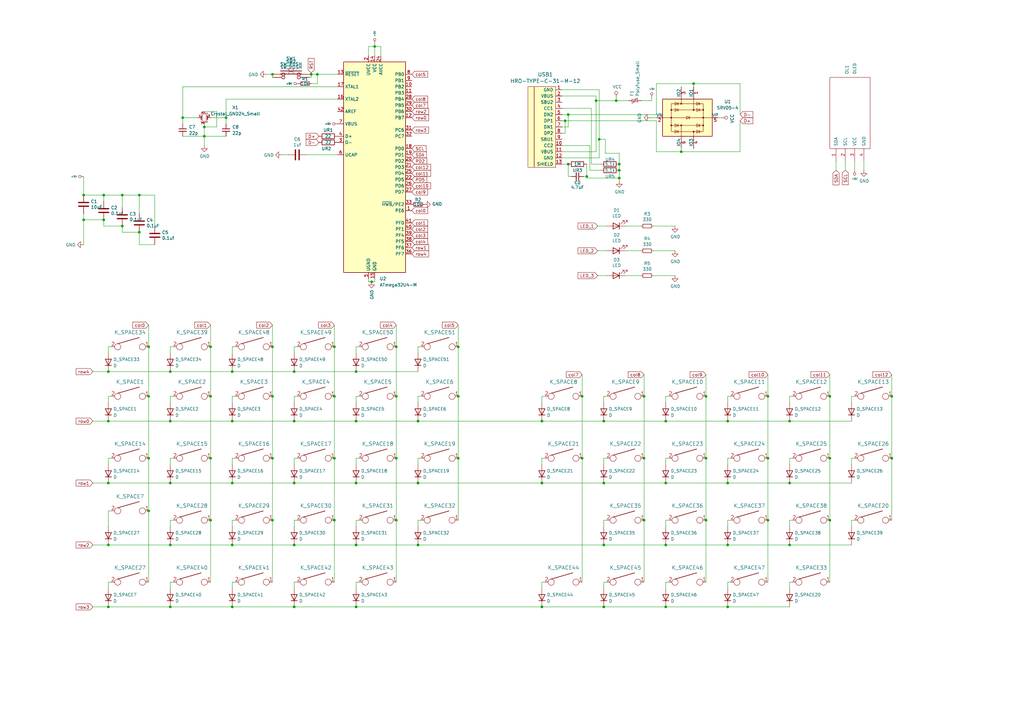
<source format=kicad_sch>
(kicad_sch (version 20211123) (generator eeschema)
  (paper "A3")
  (junction (at 86.36 213.36))
  (junction (at 231.775 49.53))
  (junction (at 146.05 248.92))
  (junction (at 162.56 187.96))
  (junction (at 244.475 41.275))
  (junction (at 137.16 162.56))
  (junction (at 34.29 80.01))
  (junction (at 264.16 213.36))
  (junction (at 60.96 142.24))
  (junction (at 254 67.31))
  (junction (at 95.25 223.52))
  (junction (at 111.76 30.48))
  (junction (at 152.4 115.57))
  (junction (at 247.65 223.52))
  (junction (at 171.45 198.12))
  (junction (at 323.85 223.52))
  (junction (at 120.65 198.12))
  (junction (at 127.635 30.48))
  (junction (at 69.85 152.4))
  (junction (at 298.45 248.92))
  (junction (at 60.96 187.96))
  (junction (at 69.85 223.52))
  (junction (at 289.56 213.36))
  (junction (at 146.05 223.52))
  (junction (at 187.96 162.56))
  (junction (at 273.05 223.52))
  (junction (at 111.76 162.56))
  (junction (at 50.165 80.01))
  (junction (at 42.545 80.01))
  (junction (at 69.85 172.72))
  (junction (at 137.16 142.24))
  (junction (at 298.45 172.72))
  (junction (at 95.25 172.72))
  (junction (at 187.96 187.96))
  (junction (at 120.65 152.4))
  (junction (at 44.45 223.52))
  (junction (at 298.45 223.52))
  (junction (at 44.45 198.12))
  (junction (at 95.25 152.4))
  (junction (at 247.65 172.72))
  (junction (at 273.05 248.92))
  (junction (at 153.67 19.05))
  (junction (at 44.45 172.72))
  (junction (at 137.16 187.96))
  (junction (at 83.82 55.88))
  (junction (at 137.16 213.36))
  (junction (at 365.76 187.96))
  (junction (at 323.85 172.72))
  (junction (at 120.65 223.52))
  (junction (at 222.25 172.72))
  (junction (at 365.76 162.56))
  (junction (at 247.65 248.92))
  (junction (at 233.045 67.31))
  (junction (at 57.15 95.25))
  (junction (at 42.545 90.17))
  (junction (at 240.665 72.39))
  (junction (at 95.25 248.92))
  (junction (at 273.05 198.12))
  (junction (at 314.96 213.36))
  (junction (at 187.96 142.24))
  (junction (at 74.93 48.26))
  (junction (at 284.48 34.29))
  (junction (at 130.175 30.48))
  (junction (at 254 73.025))
  (junction (at 340.36 187.96))
  (junction (at 111.76 142.24))
  (junction (at 57.15 80.01))
  (junction (at 298.45 198.12))
  (junction (at 279.4 62.23))
  (junction (at 120.65 172.72))
  (junction (at 146.05 152.4))
  (junction (at 171.45 223.52))
  (junction (at 86.36 187.96))
  (junction (at 254 69.85))
  (junction (at 120.65 248.92))
  (junction (at 50.165 92.71))
  (junction (at 245.745 57.15))
  (junction (at 162.56 142.24))
  (junction (at 95.25 198.12))
  (junction (at 34.29 90.17))
  (junction (at 69.85 198.12))
  (junction (at 86.36 142.24))
  (junction (at 247.65 198.12))
  (junction (at 314.96 162.56))
  (junction (at 289.56 162.56))
  (junction (at 60.96 162.56))
  (junction (at 238.76 162.56))
  (junction (at 273.05 172.72))
  (junction (at 222.25 248.92))
  (junction (at 44.45 152.4))
  (junction (at 111.76 213.36))
  (junction (at 289.56 187.96))
  (junction (at 171.45 172.72))
  (junction (at 162.56 162.56))
  (junction (at 146.05 172.72))
  (junction (at 111.76 187.96))
  (junction (at 314.96 187.96))
  (junction (at 146.05 198.12))
  (junction (at 264.16 187.96))
  (junction (at 264.16 162.56))
  (junction (at 83.82 52.07))
  (junction (at 252.73 41.275))
  (junction (at 60.96 209.55))
  (junction (at 92.71 48.26))
  (junction (at 323.85 198.12))
  (junction (at 69.85 248.92))
  (junction (at 86.36 162.56))
  (junction (at 44.45 248.92))
  (junction (at 340.36 213.36))
  (junction (at 238.76 187.96))
  (junction (at 340.36 162.56))
  (junction (at 162.56 213.36))
  (junction (at 233.045 46.99))
  (junction (at 222.25 198.12))
  (wire (pts (xy 83.82 55.88) (xy 92.71 55.88)))
  (wire (pts (xy 60.96 187.96) (xy 60.96 209.55)))
  (wire (pts (xy 289.56 187.96) (xy 289.56 162.56)))
  (wire (pts (xy 92.71 50.8) (xy 92.71 48.26)))
  (wire (pts (xy 146.05 198.12) (xy 171.45 198.12)))
  (wire (pts (xy 92.71 48.26) (xy 92.71 40.64)))
  (wire (pts (xy 269.24 34.29) (xy 269.24 46.99)))
  (wire (pts (xy 120.65 213.36) (xy 120.65 215.9)))
  (wire (pts (xy 264.16 213.36) (xy 264.16 238.76)))
  (wire (pts (xy 230.505 46.99) (xy 233.045 46.99)))
  (wire (pts (xy 71.12 187.96) (xy 69.85 187.96)))
  (wire (pts (xy 95.25 198.12) (xy 120.65 198.12)))
  (wire (pts (xy 151.13 22.86) (xy 151.13 19.05)))
  (wire (pts (xy 42.545 82.55) (xy 42.545 80.01)))
  (wire (pts (xy 38.1 172.72) (xy 44.45 172.72)))
  (wire (pts (xy 120.65 152.4) (xy 146.05 152.4)))
  (wire (pts (xy 298.45 187.96) (xy 298.45 190.5)))
  (wire (pts (xy 69.85 187.96) (xy 69.85 190.5)))
  (wire (pts (xy 34.29 87.63) (xy 34.29 90.17)))
  (wire (pts (xy 83.82 50.8) (xy 83.82 52.07)))
  (wire (pts (xy 239.395 72.39) (xy 240.665 72.39)))
  (wire (pts (xy 254 69.85) (xy 254 67.31)))
  (wire (pts (xy 111.76 213.36) (xy 111.76 238.76)))
  (wire (pts (xy 314.96 153.67) (xy 314.96 162.56)))
  (wire (pts (xy 298.45 238.76) (xy 298.45 241.3)))
  (wire (pts (xy 262.89 41.275) (xy 267.335 41.275)))
  (wire (pts (xy 147.32 213.36) (xy 146.05 213.36)))
  (wire (pts (xy 120.65 162.56) (xy 120.65 165.1)))
  (wire (pts (xy 111.76 30.48) (xy 109.22 30.48)))
  (wire (pts (xy 60.96 142.24) (xy 60.96 162.56)))
  (wire (pts (xy 69.85 152.4) (xy 95.25 152.4)))
  (wire (pts (xy 171.45 142.24) (xy 171.45 144.78)))
  (wire (pts (xy 172.72 162.56) (xy 171.45 162.56)))
  (wire (pts (xy 95.25 142.24) (xy 95.25 144.78)))
  (wire (pts (xy 267.335 41.275) (xy 267.335 40.005)))
  (wire (pts (xy 71.12 162.56) (xy 69.85 162.56)))
  (wire (pts (xy 241.935 69.85) (xy 241.935 59.69)))
  (wire (pts (xy 63.5 100.33) (xy 57.15 100.33)))
  (wire (pts (xy 121.92 162.56) (xy 120.65 162.56)))
  (wire (pts (xy 121.92 238.76) (xy 120.65 238.76)))
  (wire (pts (xy 274.32 213.36) (xy 273.05 213.36)))
  (wire (pts (xy 44.45 223.52) (xy 69.85 223.52)))
  (wire (pts (xy 45.72 209.55) (xy 44.45 209.55)))
  (wire (pts (xy 171.45 213.36) (xy 171.45 215.9)))
  (wire (pts (xy 137.16 213.36) (xy 137.16 187.96)))
  (wire (pts (xy 230.505 39.37) (xy 244.475 39.37)))
  (wire (pts (xy 264.16 187.96) (xy 264.16 213.36)))
  (wire (pts (xy 244.475 41.275) (xy 244.475 62.23)))
  (wire (pts (xy 233.045 52.07) (xy 233.045 46.99)))
  (wire (pts (xy 187.96 213.36) (xy 187.96 187.96)))
  (wire (pts (xy 299.72 213.36) (xy 298.45 213.36)))
  (wire (pts (xy 223.52 238.76) (xy 222.25 238.76)))
  (wire (pts (xy 83.82 45.72) (xy 88.9 45.72)))
  (wire (pts (xy 96.52 213.36) (xy 95.25 213.36)))
  (wire (pts (xy 273.05 162.56) (xy 273.05 165.1)))
  (wire (pts (xy 187.96 142.24) (xy 187.96 162.56)))
  (wire (pts (xy 127.635 30.48) (xy 127 30.48)))
  (wire (pts (xy 222.25 162.56) (xy 222.25 165.1)))
  (wire (pts (xy 120.65 238.76) (xy 120.65 241.3)))
  (wire (pts (xy 57.15 87.63) (xy 57.15 80.01)))
  (wire (pts (xy 44.45 142.24) (xy 44.45 144.78)))
  (wire (pts (xy 240.665 72.39) (xy 240.665 67.31)))
  (wire (pts (xy 298.45 162.56) (xy 298.45 165.1)))
  (wire (pts (xy 38.1 198.12) (xy 44.45 198.12)))
  (wire (pts (xy 95.25 238.76) (xy 95.25 241.3)))
  (wire (pts (xy 153.67 19.05) (xy 153.67 22.86)))
  (wire (pts (xy 274.32 187.96) (xy 273.05 187.96)))
  (wire (pts (xy 111.76 187.96) (xy 111.76 162.56)))
  (wire (pts (xy 323.85 162.56) (xy 323.85 165.1)))
  (wire (pts (xy 244.475 39.37) (xy 244.475 41.275)))
  (wire (pts (xy 245.745 57.15) (xy 245.745 36.83)))
  (wire (pts (xy 233.045 67.31) (xy 233.045 72.39)))
  (wire (pts (xy 248.285 57.15) (xy 248.285 62.865)))
  (wire (pts (xy 349.25 162.56) (xy 349.25 165.1)))
  (wire (pts (xy 222.25 187.96) (xy 222.25 190.5)))
  (wire (pts (xy 83.82 52.07) (xy 83.82 55.88)))
  (wire (pts (xy 346.71 69.85) (xy 346.71 66.04)))
  (wire (pts (xy 151.13 114.3) (xy 151.13 115.57)))
  (wire (pts (xy 273.05 172.72) (xy 298.45 172.72)))
  (wire (pts (xy 127 31.75) (xy 127.635 31.75)))
  (wire (pts (xy 137.16 213.36) (xy 137.16 238.76)))
  (wire (pts (xy 323.85 223.52) (xy 349.25 223.52)))
  (wire (pts (xy 273.05 198.12) (xy 298.45 198.12)))
  (wire (pts (xy 151.13 115.57) (xy 152.4 115.57)))
  (wire (pts (xy 74.93 35.56) (xy 74.93 48.26)))
  (wire (pts (xy 130.175 34.29) (xy 127.635 34.29)))
  (wire (pts (xy 69.85 238.76) (xy 69.85 241.3)))
  (wire (pts (xy 45.72 142.24) (xy 44.45 142.24)))
  (wire (pts (xy 299.72 187.96) (xy 298.45 187.96)))
  (wire (pts (xy 246.38 69.85) (xy 241.935 69.85)))
  (wire (pts (xy 146.05 248.92) (xy 222.25 248.92)))
  (wire (pts (xy 223.52 162.56) (xy 222.25 162.56)))
  (wire (pts (xy 222.25 198.12) (xy 247.65 198.12)))
  (wire (pts (xy 325.12 238.76) (xy 323.85 238.76)))
  (wire (pts (xy 350.52 213.36) (xy 349.25 213.36)))
  (wire (pts (xy 86.36 213.36) (xy 86.36 187.96)))
  (wire (pts (xy 284.48 34.29) (xy 303.53 34.29)))
  (wire (pts (xy 121.92 213.36) (xy 120.65 213.36)))
  (wire (pts (xy 60.96 133.35) (xy 60.96 142.24)))
  (wire (pts (xy 247.65 198.12) (xy 273.05 198.12)))
  (wire (pts (xy 34.29 90.17) (xy 34.29 100.33)))
  (wire (pts (xy 325.12 162.56) (xy 323.85 162.56)))
  (wire (pts (xy 95.25 152.4) (xy 120.65 152.4)))
  (wire (pts (xy 111.76 213.36) (xy 111.76 187.96)))
  (wire (pts (xy 171.45 187.96) (xy 171.45 190.5)))
  (wire (pts (xy 86.36 142.24) (xy 86.36 162.56)))
  (wire (pts (xy 279.4 60.96) (xy 279.4 62.23)))
  (wire (pts (xy 233.045 72.39) (xy 234.315 72.39)))
  (wire (pts (xy 127.635 31.75) (xy 127.635 30.48)))
  (wire (pts (xy 147.32 238.76) (xy 146.05 238.76)))
  (wire (pts (xy 146.05 213.36) (xy 146.05 215.9)))
  (wire (pts (xy 273.05 187.96) (xy 273.05 190.5)))
  (wire (pts (xy 241.935 59.69) (xy 230.505 59.69)))
  (wire (pts (xy 354.33 69.85) (xy 354.33 66.04)))
  (wire (pts (xy 222.25 172.72) (xy 247.65 172.72)))
  (wire (pts (xy 44.45 187.96) (xy 44.45 190.5)))
  (wire (pts (xy 69.85 172.72) (xy 95.25 172.72)))
  (wire (pts (xy 240.665 73.025) (xy 254 73.025)))
  (wire (pts (xy 38.1 223.52) (xy 44.45 223.52)))
  (wire (pts (xy 242.57 44.45) (xy 230.505 44.45)))
  (wire (pts (xy 231.775 49.53) (xy 269.24 49.53)))
  (wire (pts (xy 256.54 102.87) (xy 262.89 102.87)))
  (wire (pts (xy 146.05 238.76) (xy 146.05 241.3)))
  (wire (pts (xy 127.635 29.845) (xy 127.635 30.48)))
  (wire (pts (xy 252.73 40.005) (xy 252.73 41.275)))
  (wire (pts (xy 96.52 142.24) (xy 95.25 142.24)))
  (wire (pts (xy 95.25 172.72) (xy 120.65 172.72)))
  (wire (pts (xy 264.16 187.96) (xy 264.16 162.56)))
  (wire (pts (xy 350.52 69.85) (xy 350.52 66.04)))
  (wire (pts (xy 86.36 48.26) (xy 92.71 48.26)))
  (wire (pts (xy 74.93 50.8) (xy 74.93 48.26)))
  (wire (pts (xy 130.175 30.48) (xy 130.175 34.29)))
  (wire (pts (xy 69.85 198.12) (xy 95.25 198.12)))
  (wire (pts (xy 96.52 187.96) (xy 95.25 187.96)))
  (wire (pts (xy 172.72 142.24) (xy 171.45 142.24)))
  (wire (pts (xy 69.85 213.36) (xy 69.85 215.9)))
  (wire (pts (xy 71.12 238.76) (xy 69.85 238.76)))
  (wire (pts (xy 138.43 35.56) (xy 74.93 35.56)))
  (wire (pts (xy 223.52 187.96) (xy 222.25 187.96)))
  (wire (pts (xy 233.045 46.99) (xy 269.24 46.99)))
  (wire (pts (xy 323.85 213.36) (xy 323.85 215.9)))
  (wire (pts (xy 244.475 62.23) (xy 230.505 62.23)))
  (wire (pts (xy 248.285 57.15) (xy 245.745 57.15)))
  (wire (pts (xy 147.32 187.96) (xy 146.05 187.96)))
  (wire (pts (xy 245.11 102.87) (xy 248.92 102.87)))
  (wire (pts (xy 248.285 62.865) (xy 254 62.865)))
  (wire (pts (xy 69.85 142.24) (xy 69.85 144.78)))
  (wire (pts (xy 146.05 142.24) (xy 146.05 144.78)))
  (wire (pts (xy 299.72 238.76) (xy 298.45 238.76)))
  (wire (pts (xy 146.05 162.56) (xy 146.05 165.1)))
  (wire (pts (xy 350.52 187.96) (xy 349.25 187.96)))
  (wire (pts (xy 222.25 238.76) (xy 222.25 241.3)))
  (wire (pts (xy 289.56 213.36) (xy 289.56 187.96)))
  (wire (pts (xy 349.25 213.36) (xy 349.25 215.9)))
  (wire (pts (xy 248.92 162.56) (xy 247.65 162.56)))
  (wire (pts (xy 69.85 162.56) (xy 69.85 165.1)))
  (wire (pts (xy 269.24 49.53) (xy 269.24 62.23)))
  (wire (pts (xy 289.56 153.67) (xy 289.56 162.56)))
  (wire (pts (xy 137.16 142.24) (xy 137.16 162.56)))
  (wire (pts (xy 294.64 48.26) (xy 295.91 48.26)))
  (wire (pts (xy 156.21 19.05) (xy 153.67 19.05)))
  (wire (pts (xy 230.505 67.31) (xy 233.045 67.31)))
  (wire (pts (xy 274.32 162.56) (xy 273.05 162.56)))
  (wire (pts (xy 86.36 213.36) (xy 86.36 238.76)))
  (wire (pts (xy 303.53 34.29) (xy 303.53 46.99)))
  (wire (pts (xy 44.45 162.56) (xy 44.45 165.1)))
  (wire (pts (xy 115.57 63.5) (xy 118.11 63.5)))
  (wire (pts (xy 267.97 113.03) (xy 276.86 113.03)))
  (wire (pts (xy 44.45 198.12) (xy 69.85 198.12)))
  (wire (pts (xy 63.5 92.71) (xy 63.5 80.01)))
  (wire (pts (xy 245.745 64.77) (xy 230.505 64.77)))
  (wire (pts (xy 86.36 187.96) (xy 86.36 162.56)))
  (wire (pts (xy 247.65 172.72) (xy 273.05 172.72)))
  (wire (pts (xy 147.32 142.24) (xy 146.05 142.24)))
  (wire (pts (xy 45.72 238.76) (xy 44.45 238.76)))
  (wire (pts (xy 279.4 62.23) (xy 303.53 62.23)))
  (wire (pts (xy 111.76 30.48) (xy 111.76 31.75)))
  (wire (pts (xy 120.65 223.52) (xy 146.05 223.52)))
  (wire (pts (xy 74.93 48.26) (xy 81.28 48.26)))
  (wire (pts (xy 71.12 213.36) (xy 69.85 213.36)))
  (wire (pts (xy 147.32 162.56) (xy 146.05 162.56)))
  (wire (pts (xy 238.76 187.96) (xy 238.76 162.56)))
  (wire (pts (xy 121.92 142.24) (xy 120.65 142.24)))
  (wire (pts (xy 127.635 30.48) (xy 130.175 30.48)))
  (wire (pts (xy 121.92 187.96) (xy 120.65 187.96)))
  (wire (pts (xy 240.665 72.39) (xy 240.665 73.025)))
  (wire (pts (xy 246.38 67.31) (xy 242.57 67.31)))
  (wire (pts (xy 238.76 187.96) (xy 238.76 238.76)))
  (wire (pts (xy 44.45 172.72) (xy 69.85 172.72)))
  (wire (pts (xy 273.05 238.76) (xy 273.05 241.3)))
  (wire (pts (xy 96.52 238.76) (xy 95.25 238.76)))
  (wire (pts (xy 247.65 213.36) (xy 247.65 215.9)))
  (wire (pts (xy 365.76 153.67) (xy 365.76 162.56)))
  (wire (pts (xy 57.15 95.25) (xy 50.165 95.25)))
  (wire (pts (xy 299.72 162.56) (xy 298.45 162.56)))
  (wire (pts (xy 244.475 41.275) (xy 252.73 41.275)))
  (wire (pts (xy 95.25 248.92) (xy 120.65 248.92)))
  (wire (pts (xy 57.15 80.01) (xy 63.5 80.01)))
  (wire (pts (xy 252.73 41.275) (xy 257.81 41.275)))
  (wire (pts (xy 256.54 92.71) (xy 262.89 92.71)))
  (wire (pts (xy 298.45 198.12) (xy 323.85 198.12)))
  (wire (pts (xy 146.05 187.96) (xy 146.05 190.5)))
  (wire (pts (xy 230.505 36.83) (xy 245.745 36.83)))
  (wire (pts (xy 323.85 187.96) (xy 323.85 190.5)))
  (wire (pts (xy 266.7 48.26) (xy 269.24 48.26)))
  (wire (pts (xy 349.25 187.96) (xy 349.25 190.5)))
  (wire (pts (xy 146.05 223.52) (xy 171.45 223.52)))
  (wire (pts (xy 153.67 115.57) (xy 152.4 115.57)))
  (wire (pts (xy 146.05 172.72) (xy 171.45 172.72)))
  (wire (pts (xy 274.32 238.76) (xy 273.05 238.76)))
  (wire (pts (xy 153.67 17.78) (xy 153.67 19.05)))
  (wire (pts (xy 289.56 213.36) (xy 289.56 238.76)))
  (wire (pts (xy 273.05 223.52) (xy 298.45 223.52)))
  (wire (pts (xy 50.165 95.25) (xy 50.165 92.71)))
  (wire (pts (xy 45.72 162.56) (xy 44.45 162.56)))
  (wire (pts (xy 247.65 248.92) (xy 273.05 248.92)))
  (wire (pts (xy 95.25 223.52) (xy 120.65 223.52)))
  (wire (pts (xy 125.73 63.5) (xy 138.43 63.5)))
  (wire (pts (xy 247.65 238.76) (xy 247.65 241.3)))
  (wire (pts (xy 230.505 49.53) (xy 231.775 49.53)))
  (wire (pts (xy 323.85 198.12) (xy 349.25 198.12)))
  (wire (pts (xy 247.65 187.96) (xy 247.65 190.5)))
  (wire (pts (xy 314.96 213.36) (xy 314.96 187.96)))
  (wire (pts (xy 44.45 209.55) (xy 44.45 215.9)))
  (wire (pts (xy 273.05 213.36) (xy 273.05 215.9)))
  (wire (pts (xy 156.21 22.86) (xy 156.21 19.05)))
  (wire (pts (xy 298.45 172.72) (xy 323.85 172.72)))
  (wire (pts (xy 120.65 142.24) (xy 120.65 144.78)))
  (wire (pts (xy 254 73.025) (xy 254 74.295)))
  (wire (pts (xy 365.76 213.36) (xy 365.76 187.96)))
  (wire (pts (xy 187.96 133.35) (xy 187.96 142.24)))
  (wire (pts (xy 151.13 19.05) (xy 153.67 19.05)))
  (wire (pts (xy 340.36 213.36) (xy 340.36 238.76)))
  (wire (pts (xy 69.85 223.52) (xy 95.25 223.52)))
  (wire (pts (xy 44.45 248.92) (xy 69.85 248.92)))
  (wire (pts (xy 153.67 114.3) (xy 153.67 115.57)))
  (wire (pts (xy 96.52 162.56) (xy 95.25 162.56)))
  (wire (pts (xy 162.56 187.96) (xy 162.56 162.56)))
  (wire (pts (xy 342.9 69.85) (xy 342.9 66.04)))
  (wire (pts (xy 254 62.865) (xy 254 67.31)))
  (wire (pts (xy 222.25 248.92) (xy 247.65 248.92)))
  (wire (pts (xy 92.71 40.64) (xy 138.43 40.64)))
  (wire (pts (xy 86.36 133.35) (xy 86.36 142.24)))
  (wire (pts (xy 267.97 92.71) (xy 276.86 92.71)))
  (wire (pts (xy 111.76 133.35) (xy 111.76 142.24)))
  (wire (pts (xy 298.45 248.92) (xy 323.85 248.92)))
  (wire (pts (xy 137.16 133.35) (xy 137.16 142.24)))
  (wire (pts (xy 45.72 187.96) (xy 44.45 187.96)))
  (wire (pts (xy 60.96 187.96) (xy 60.96 162.56)))
  (wire (pts (xy 34.29 80.01) (xy 34.29 72.39)))
  (wire (pts (xy 298.45 213.36) (xy 298.45 215.9)))
  (wire (pts (xy 267.97 102.87) (xy 276.86 102.87)))
  (wire (pts (xy 172.72 213.36) (xy 171.45 213.36)))
  (wire (pts (xy 187.96 187.96) (xy 187.96 162.56)))
  (wire (pts (xy 44.45 238.76) (xy 44.45 241.3)))
  (wire (pts (xy 60.96 209.55) (xy 60.96 238.76)))
  (wire (pts (xy 245.11 113.03) (xy 248.92 113.03)))
  (wire (pts (xy 314.96 187.96) (xy 314.96 162.56)))
  (wire (pts (xy 171.45 223.52) (xy 247.65 223.52)))
  (wire (pts (xy 269.24 34.29) (xy 284.48 34.29)))
  (wire (pts (xy 256.54 113.03) (xy 262.89 113.03)))
  (wire (pts (xy 137.16 187.96) (xy 137.16 162.56)))
  (wire (pts (xy 230.505 54.61) (xy 231.775 54.61)))
  (wire (pts (xy 248.92 187.96) (xy 247.65 187.96)))
  (wire (pts (xy 245.745 64.77) (xy 245.745 57.15)))
  (wire (pts (xy 50.165 85.09) (xy 50.165 80.01)))
  (wire (pts (xy 245.11 92.71) (xy 248.92 92.71)))
  (wire (pts (xy 340.36 187.96) (xy 340.36 162.56)))
  (wire (pts (xy 248.92 238.76) (xy 247.65 238.76)))
  (wire (pts (xy 162.56 213.36) (xy 162.56 238.76)))
  (wire (pts (xy 323.85 172.72) (xy 349.25 172.72)))
  (wire (pts (xy 231.775 54.61) (xy 231.775 49.53)))
  (wire (pts (xy 350.52 162.56) (xy 349.25 162.56)))
  (wire (pts (xy 248.92 213.36) (xy 247.65 213.36)))
  (wire (pts (xy 74.93 55.88) (xy 83.82 55.88)))
  (wire (pts (xy 95.25 213.36) (xy 95.25 215.9)))
  (wire (pts (xy 171.45 172.72) (xy 222.25 172.72)))
  (wire (pts (xy 83.82 55.88) (xy 83.82 59.69)))
  (wire (pts (xy 44.45 152.4) (xy 69.85 152.4)))
  (wire (pts (xy 38.1 248.92) (xy 44.45 248.92)))
  (wire (pts (xy 111.76 142.24) (xy 111.76 162.56)))
  (wire (pts (xy 95.25 187.96) (xy 95.25 190.5)))
  (wire (pts (xy 42.545 92.71) (xy 50.165 92.71)))
  (wire (pts (xy 264.16 153.67) (xy 264.16 162.56)))
  (wire (pts (xy 303.53 49.53) (xy 303.53 62.23)))
  (wire (pts (xy 323.85 238.76) (xy 323.85 241.3)))
  (wire (pts (xy 340.36 153.67) (xy 340.36 162.56)))
  (wire (pts (xy 146.05 152.4) (xy 171.45 152.4)))
  (wire (pts (xy 88.9 52.07) (xy 83.82 52.07)))
  (wire (pts (xy 38.1 152.4) (xy 44.45 152.4)))
  (wire (pts (xy 247.65 162.56) (xy 247.65 165.1)))
  (wire (pts (xy 50.165 80.01) (xy 57.15 80.01)))
  (wire (pts (xy 269.24 62.23) (xy 279.4 62.23)))
  (wire (pts (xy 120.65 198.12) (xy 146.05 198.12)))
  (wire (pts (xy 69.85 248.92) (xy 95.25 248.92)))
  (wire (pts (xy 298.45 223.52) (xy 323.85 223.52)))
  (wire (pts (xy 230.505 52.07) (xy 233.045 52.07)))
  (wire (pts (xy 42.545 80.01) (xy 50.165 80.01)))
  (wire (pts (xy 254 69.85) (xy 254 73.025)))
  (wire (pts (xy 340.36 213.36) (xy 340.36 187.96)))
  (wire (pts (xy 120.65 187.96) (xy 120.65 190.5)))
  (wire (pts (xy 120.65 172.72) (xy 146.05 172.72)))
  (wire (pts (xy 120.65 248.92) (xy 146.05 248.92)))
  (wire (pts (xy 238.76 153.67) (xy 238.76 162.56)))
  (wire (pts (xy 314.96 213.36) (xy 314.96 238.76)))
  (wire (pts (xy 57.15 100.33) (xy 57.15 95.25)))
  (wire (pts (xy 325.12 213.36) (xy 323.85 213.36)))
  (wire (pts (xy 71.12 142.24) (xy 69.85 142.24)))
  (wire (pts (xy 88.9 45.72) (xy 88.9 52.07)))
  (wire (pts (xy 162.56 133.35) (xy 162.56 142.24)))
  (wire (pts (xy 95.25 162.56) (xy 95.25 165.1)))
  (wire (pts (xy 247.65 223.52) (xy 273.05 223.52)))
  (wire (pts (xy 42.545 90.17) (xy 42.545 92.71)))
  (wire (pts (xy 34.29 80.01) (xy 42.545 80.01)))
  (wire (pts (xy 171.45 198.12) (xy 222.25 198.12)))
  (wire (pts (xy 284.48 34.29) (xy 284.48 35.56)))
  (wire (pts (xy 273.05 248.92) (xy 298.45 248.92)))
  (wire (pts (xy 130.175 30.48) (xy 138.43 30.48)))
  (wire (pts (xy 171.45 162.56) (xy 171.45 165.1)))
  (wire (pts (xy 172.72 187.96) (xy 171.45 187.96)))
  (wire (pts (xy 162.56 213.36) (xy 162.56 187.96)))
  (wire (pts (xy 365.76 187.96) (xy 365.76 162.56)))
  (wire (pts (xy 242.57 67.31) (xy 242.57 44.45)))
  (wire (pts (xy 162.56 142.24) (xy 162.56 162.56)))
  (wire (pts (xy 325.12 187.96) (xy 323.85 187.96)))
  (wire (pts (xy 34.29 90.17) (xy 42.545 90.17)))
  (global_label "row0" (shape input) (at 38.1 172.72 180) (property "Intersheet References" "${INTERSHEET_REFS}" (effects hide)))
  (global_label "row2" (shape input) (at 168.91 45.72 0) (property "Intersheet References" "${INTERSHEET_REFS}" (effects hide)))
  (global_label "col5" (shape input) (at 168.91 30.48 0) (property "Intersheet References" "${INTERSHEET_REFS}" (effects hide)))
  (global_label "col0" (shape input) (at 168.91 86.36 0) (property "Intersheet References" "${INTERSHEET_REFS}" (effects hide)))
  (global_label "SCL" (shape input) (at 168.91 60.96 0) (property "Intersheet References" "${INTERSHEET_REFS}" (effects hide)))
  (global_label "col11" (shape input) (at 168.91 71.12 0) (property "Intersheet References" "${INTERSHEET_REFS}" (effects hide)))
  (global_label "SDA" (shape input) (at 342.9 69.85 270) (property "Intersheet References" "${INTERSHEET_REFS}" (effects hide)))
  (global_label "col9" (shape input) (at 168.91 78.74 0) (property "Intersheet References" "${INTERSHEET_REFS}" (effects hide)))
  (global_label "col1" (shape input) (at 86.36 133.35 180) (property "Intersheet References" "${INTERSHEET_REFS}" (effects hide)))
  (global_label "SDA" (shape input) (at 168.91 63.5 0) (property "Intersheet References" "${INTERSHEET_REFS}" (effects hide)))
  (global_label "col12" (shape input) (at 168.91 68.58 0) (property "Intersheet References" "${INTERSHEET_REFS}" (effects hide)))
  (global_label "col4" (shape input) (at 162.56 133.35 180) (property "Intersheet References" "${INTERSHEET_REFS}" (effects hide)))
  (global_label "col9" (shape input) (at 289.56 153.67 180) (property "Intersheet References" "${INTERSHEET_REFS}" (effects hide)))
  (global_label "PD5" (shape input) (at 168.91 73.66 0) (property "Intersheet References" "${INTERSHEET_REFS}" (effects hide)))
  (global_label "col4" (shape input) (at 168.91 99.06 0) (property "Intersheet References" "${INTERSHEET_REFS}" (effects hide)))
  (global_label "col11" (shape input) (at 340.36 153.67 180) (property "Intersheet References" "${INTERSHEET_REFS}" (effects hide)))
  (global_label "col12" (shape input) (at 365.76 153.67 180) (property "Intersheet References" "${INTERSHEET_REFS}" (effects hide)))
  (global_label "col7" (shape input) (at 168.91 43.18 0) (property "Intersheet References" "${INTERSHEET_REFS}" (effects hide)))
  (global_label "col8" (shape input) (at 264.16 153.67 180) (property "Intersheet References" "${INTERSHEET_REFS}" (effects hide)))
  (global_label "col8" (shape input) (at 168.91 40.64 0) (property "Intersheet References" "${INTERSHEET_REFS}" (effects hide)))
  (global_label "D+" (shape input) (at 303.53 49.53 0) (property "Intersheet References" "${INTERSHEET_REFS}" (effects hide)))
  (global_label "LED_1" (shape input) (at 245.11 92.71 180) (property "Intersheet References" "${INTERSHEET_REFS}" (effects hide)))
  (global_label "col5" (shape input) (at 187.96 133.35 180) (property "Intersheet References" "${INTERSHEET_REFS}" (effects hide)))
  (global_label "D-" (shape input) (at 303.53 46.99 0) (property "Intersheet References" "${INTERSHEET_REFS}" (effects hide)))
  (global_label "row4" (shape input) (at 38.1 152.4 180) (property "Intersheet References" "${INTERSHEET_REFS}" (effects hide)))
  (global_label "row2" (shape input) (at 38.1 223.52 180) (property "Intersheet References" "${INTERSHEET_REFS}" (effects hide)))
  (global_label "PD2" (shape input) (at 168.91 66.04 0) (property "Intersheet References" "${INTERSHEET_REFS}" (effects hide)))
  (global_label "col10" (shape input) (at 314.96 153.67 180) (property "Intersheet References" "${INTERSHEET_REFS}" (effects hide)))
  (global_label "D-" (shape input) (at 130.81 58.42 180) (property "Intersheet References" "${INTERSHEET_REFS}" (effects hide)))
  (global_label "row1" (shape input) (at 38.1 198.12 180) (property "Intersheet References" "${INTERSHEET_REFS}" (effects hide)))
  (global_label "row1" (shape input) (at 168.91 101.6 0) (property "Intersheet References" "${INTERSHEET_REFS}" (effects hide)))
  (global_label "col1" (shape input) (at 168.91 91.44 0) (property "Intersheet References" "${INTERSHEET_REFS}" (effects hide)))
  (global_label "col3" (shape input) (at 168.91 96.52 0) (property "Intersheet References" "${INTERSHEET_REFS}" (effects hide)))
  (global_label "D+" (shape input) (at 130.81 55.88 180) (property "Intersheet References" "${INTERSHEET_REFS}" (effects hide)))
  (global_label "row3" (shape input) (at 168.91 53.34 0) (property "Intersheet References" "${INTERSHEET_REFS}" (effects hide)))
  (global_label "col10" (shape input) (at 168.91 76.2 0) (property "Intersheet References" "${INTERSHEET_REFS}" (effects hide)))
  (global_label "col2" (shape input) (at 111.76 133.35 180) (property "Intersheet References" "${INTERSHEET_REFS}" (effects hide)))
  (global_label "col7" (shape input) (at 238.76 153.67 180) (property "Intersheet References" "${INTERSHEET_REFS}" (effects hide)))
  (global_label "row3" (shape input) (at 38.1 248.92 180) (property "Intersheet References" "${INTERSHEET_REFS}" (effects hide)))
  (global_label "col0" (shape input) (at 60.96 133.35 180) (property "Intersheet References" "${INTERSHEET_REFS}" (effects hide)))
  (global_label "SCL" (shape input) (at 346.71 69.85 270) (property "Intersheet References" "${INTERSHEET_REFS}" (effects hide)))
  (global_label "col2" (shape input) (at 168.91 93.98 0) (property "Intersheet References" "${INTERSHEET_REFS}" (effects hide)))
  (global_label "row0" (shape input) (at 168.91 48.26 0) (property "Intersheet References" "${INTERSHEET_REFS}" (effects hide)))
  (global_label "LED_3" (shape input) (at 245.11 113.03 180) (property "Intersheet References" "${INTERSHEET_REFS}" (effects hide)))
  (global_label "row4" (shape input) (at 168.91 104.14 0) (property "Intersheet References" "${INTERSHEET_REFS}" (effects hide)))
  (global_label "RST" (shape input) (at 127.635 29.845 90) (property "Intersheet References" "${INTERSHEET_REFS}" (effects hide)))
  (global_label "col3" (shape input) (at 137.16 133.35 180) (property "Intersheet References" "${INTERSHEET_REFS}" (effects hide)))
  (global_label "LED_2" (shape input) (at 245.11 102.87 180) (property "Intersheet References" "${INTERSHEET_REFS}" (effects hide)))
  (symbol (lib_id "power:GND") (at 109.22 30.48 270) (unit 1)
    (property "Reference" "#PWR0109" (effects hide))
    (property "Value" "GND" (at 105.9688 30.607 90) (effects (justify right)))
  )
  (symbol (lib_id "keyboard_parts:KEYSW") (at 256.54 162.56 0) (unit 1)
    (property "Reference" "K_SPACE9" (at 256.54 156.6418 0) (effects (font (size 1.524 1.524))))
    (property "Value" "KEYSW" (effects hide))
    (property "Footprint" "MX_Only:MXOnly-1U-NoLED" (effects hide))
  )
  (symbol (lib_id "Device:D") (at 95.25 168.91 90) (unit 1)
    (property "Reference" "D_SPACE3" (at 97.2566 167.7416 90) (effects (justify right)))
    (property "Value" "D" (at 97.2566 170.307 90) (effects (justify right)))
    (property "Footprint" "Diode_SMD:D_SOD-123" (effects hide))
  )
  (symbol (lib_id "Device:D") (at 222.25 245.11 90) (unit 1)
    (property "Reference" "D_SPACE44" (at 224.2566 243.9416 90) (effects (justify right)))
    (property "Value" "D" (at 224.2566 246.507 90) (effects (justify right)))
    (property "Footprint" "Diode_SMD:D_SOD-123" (effects hide))
  )
  (symbol (lib_id "device:C_Small") (at 236.855 72.39 270) (unit 1)
    (property "Reference" "C0" (at 236.855 74.93 90))
    (property "Value" "4.7uF" (at 236.855 76.835 90))
    (property "Footprint" "Capacitor_SMD:C_0805_2012Metric_Pad1.18x1.45mm_HandSolder" (effects hide))
  )
  (symbol (lib_id "power:GND") (at 266.7 48.26 270) (unit 1)
    (property "Reference" "#PWR0118" (effects hide))
    (property "Value" "GND" (at 262.3058 48.387 0))
  )
  (symbol (lib_id "keyboard_parts:KEYSW") (at 231.14 162.56 0) (unit 1)
    (property "Reference" "K_SPACE8" (at 231.14 156.6418 0) (effects (font (size 1.524 1.524))))
    (property "Value" "KEYSW" (effects hide))
    (property "Footprint" "MX_Only:MXOnly-1U-NoLED" (effects hide))
  )
  (symbol (lib_id "kbd:OLED") (at 349.25 46.99 90) (unit 1)
    (property "Reference" "OL1" (at 347.345 30.48 0) (effects (font (size 1.2954 1.2954)) (justify left)))
    (property "Value" "OLED" (at 350.52 30.48 0) (effects (font (size 1.1938 1.1938)) (justify left)))
    (property "Footprint" "kbd:OLED_v2" (effects hide))
  )
  (symbol (lib_id "keyboard_parts:KEYSW") (at 307.34 162.56 0) (unit 1)
    (property "Reference" "K_SPACE11" (at 307.34 156.6418 0) (effects (font (size 1.524 1.524))))
    (property "Value" "KEYSW" (effects hide))
    (property "Footprint" "MX_Only:MXOnly-1U-NoLED" (effects hide))
  )
  (symbol (lib_id "keyboard_parts:KEYSW") (at 154.94 187.96 0) (unit 1)
    (property "Reference" "K_SPACE18" (at 154.94 182.0418 0) (effects (font (size 1.524 1.524))))
    (property "Value" "KEYSW" (effects hide))
    (property "Footprint" "MX_Only:MXOnly-1U-NoLED" (effects hide))
  )
  (symbol (lib_id "keyboard_parts:+5V") (at 153.67 17.78 0) (unit 1)
    (property "Reference" "#PWR0120" (effects hide))
    (property "Value" "+5V" (at 153.67 15.0368 90) (effects (font (size 0.762 0.762)) (justify left)))
  )
  (symbol (lib_id "keyboard_parts:KEYSW") (at 307.34 187.96 0) (unit 1)
    (property "Reference" "K_SPACE24" (at 307.34 182.0418 0) (effects (font (size 1.524 1.524))))
    (property "Value" "KEYSW" (effects hide))
    (property "Footprint" "MX_Only:MXOnly-1U-NoLED" (effects hide))
  )
  (symbol (lib_id "V4N4G0RTH0N-rescue:R_Small-Device") (at 265.43 102.87 270) (unit 1)
    (property "Reference" "R4" (at 265.43 97.8916 90))
    (property "Value" "330" (at 265.43 100.203 90))
    (property "Footprint" "Resistor_SMD:R_0805_2012Metric" (effects hide))
  )
  (symbol (lib_id "MCU_Microchip_ATmega:ATmega32U4-M") (at 153.67 68.58 0) (unit 1)
    (property "Reference" "U2" (at 155.6894 114.3 0) (effects (justify left)))
    (property "Value" "ATmega32U4-M" (at 155.6894 116.84 0) (effects (justify left)))
    (property "Footprint" "Package_DFN_QFN:QFN-44-1EP_7x7mm_P0.5mm_EP5.2x5.2mm_ThermalVias" (effects hide))
    (property "Datasheet" "http://ww1.microchip.com/downloads/en/DeviceDoc/Atmel-7766-8-bit-AVR-ATmega16U4-32U4_Datasheet.pdf" (effects hide))
  )
  (symbol (lib_id "keyboard_parts:SW_PUSH") (at 119.38 31.75 0) (unit 1)
    (property "Reference" "SW2" (at 119.38 25.273 0))
    (property "Value" "SW_PUSH" (at 119.38 27.5844 0))
    (property "Footprint" "Button_Switch_SMD:SW_SPST_SKQG_WithoutStem" (effects hide))
  )
  (symbol (lib_id "power:GND") (at 254 74.295 0) (unit 1)
    (property "Reference" "#PWR0103" (effects hide))
    (property "Value" "GND" (at 254.127 78.6892 0))
  )
  (symbol (lib_id "device:C") (at 57.15 91.44 0) (unit 1)
    (property "Reference" "C4" (at 60.071 90.2716 0) (effects (justify left)))
    (property "Value" "0.1uf" (at 60.071 92.583 0) (effects (justify left)))
    (property "Footprint" "Capacitor_SMD:C_0805_2012Metric_Pad1.18x1.45mm_HandSolder" (effects hide))
  )
  (symbol (lib_id "Device:D") (at 298.45 168.91 90) (unit 1)
    (property "Reference" "D_SPACE11" (at 300.4566 167.7416 90) (effects (justify right)))
    (property "Value" "D" (at 300.4566 170.307 90) (effects (justify right)))
    (property "Footprint" "Diode_SMD:D_SOD-123" (effects hide))
  )
  (symbol (lib_id "Device:Crystal_GND24_Small") (at 83.82 48.26 0) (unit 1)
    (property "Reference" "X1" (at 96.52 44.1198 0))
    (property "Value" "Crystal_GND24_Small" (at 96.52 46.6598 0))
    (property "Footprint" "Crystal:Crystal_SMD_3225-4Pin_3.2x2.5mm_HandSoldering" (effects hide))
  )
  (symbol (lib_id "keyboard_parts:KEYSW") (at 104.14 142.24 0) (unit 1)
    (property "Reference" "K_SPACE48" (at 104.14 136.3218 0) (effects (font (size 1.524 1.524))))
    (property "Value" "KEYSW" (effects hide))
    (property "Footprint" "MX_Only:MXOnly-1U-NoLED" (effects hide))
  )
  (symbol (lib_id "keyboard_parts:KEYSW") (at 180.34 187.96 0) (unit 1)
    (property "Reference" "K_SPACE19" (at 180.34 182.0418 0) (effects (font (size 1.524 1.524))))
    (property "Value" "KEYSW" (effects hide))
    (property "Footprint" "MX_Only:MXOnly-1U-NoLED" (effects hide))
  )
  (symbol (lib_id "keyboard_parts:KEYSW") (at 358.14 162.56 0) (unit 1)
    (property "Reference" "K_SPACE13" (at 358.14 156.6418 0) (effects (font (size 1.524 1.524))))
    (property "Value" "KEYSW" (effects hide))
    (property "Footprint" "MX_Only:MXOnly-1U-NoLED" (effects hide))
  )
  (symbol (lib_id "Device:D") (at 349.25 219.71 90) (unit 1)
    (property "Reference" "D_SPACE39" (at 351.2566 218.5416 90) (effects (justify right)))
    (property "Value" "D" (at 351.2566 221.107 90) (effects (justify right)))
    (property "Footprint" "Diode_SMD:D_SOD-123" (effects hide))
  )
  (symbol (lib_id "keyboard_parts:KEYSW") (at 154.94 162.56 0) (unit 1)
    (property "Reference" "K_SPACE5" (at 154.94 156.6418 0) (effects (font (size 1.524 1.524))))
    (property "Value" "KEYSW" (effects hide))
    (property "Footprint" "MX_Only:MXOnly-1U-NoLED" (effects hide))
  )
  (symbol (lib_id "V4N4G0RTH0N-rescue:GND-power") (at 276.86 113.03 0) (unit 1)
    (property "Reference" "#PWR0113" (effects hide))
    (property "Value" "GND" (at 276.987 117.4242 0))
  )
  (symbol (lib_id "device:R") (at 134.62 55.88 90) (unit 1)
    (property "Reference" "UR2" (at 135.89 60.96 90) (effects (justify left)))
    (property "Value" "22" (at 135.89 55.88 90) (effects (justify left)))
    (property "Footprint" "Resistor_SMD:R_0805_2012Metric_Pad1.20x1.40mm_HandSolder" (effects hide))
  )
  (symbol (lib_id "keyboard_parts:KEYSW") (at 129.54 213.36 0) (unit 1)
    (property "Reference" "K_SPACE30" (at 129.54 207.4418 0) (effects (font (size 1.524 1.524))))
    (property "Value" "KEYSW" (effects hide))
    (property "Footprint" "MX_Only:MXOnly-1U-NoLED" (effects hide))
  )
  (symbol (lib_id "keyboard_parts:KEYSW") (at 53.34 238.76 0) (unit 1)
    (property "Reference" "K_SPACE27" (at 53.34 232.8418 0) (effects (font (size 1.524 1.524))))
    (property "Value" "KEYSW" (effects hide))
    (property "Footprint" "MX_Only:MXOnly-1.25U-NoLED" (effects hide))
  )
  (symbol (lib_id "Device:D") (at 222.25 168.91 90) (unit 1)
    (property "Reference" "D_SPACE8" (at 224.2566 167.7416 90) (effects (justify right)))
    (property "Value" "D" (at 224.2566 170.307 90) (effects (justify right)))
    (property "Footprint" "Diode_SMD:D_SOD-123" (effects hide))
  )
  (symbol (lib_id "keyboard_parts:KEYSW") (at 281.94 187.96 0) (unit 1)
    (property "Reference" "K_SPACE23" (at 281.94 182.0418 0) (effects (font (size 1.524 1.524))))
    (property "Value" "KEYSW" (effects hide))
    (property "Footprint" "MX_Only:MXOnly-1U-NoLED" (effects hide))
  )
  (symbol (lib_id "keyboard_parts:KEYSW") (at 332.74 162.56 0) (unit 1)
    (property "Reference" "K_SPACE12" (at 332.74 156.6418 0) (effects (font (size 1.524 1.524))))
    (property "Value" "KEYSW" (effects hide))
    (property "Footprint" "MX_Only:MXOnly-1U-NoLED" (effects hide))
  )
  (symbol (lib_id "Device:D") (at 44.45 245.11 90) (unit 1)
    (property "Reference" "D_SPACE7" (at 46.4566 243.9416 90) (effects (justify right)))
    (property "Value" "D" (at 46.4566 246.507 90) (effects (justify right)))
    (property "Footprint" "Diode_SMD:D_SOD-123" (effects hide))
  )
  (symbol (lib_id "keyboard_parts:KEYSW") (at 104.14 238.76 0) (unit 1)
    (property "Reference" "K_SPACE41" (at 104.14 232.8418 0) (effects (font (size 1.524 1.524))))
    (property "Value" "KEYSW" (effects hide))
    (property "Footprint" "MX_Only:MXOnly-1U-NoLED" (effects hide))
  )
  (symbol (lib_id "device:C") (at 63.5 96.52 0) (unit 1)
    (property "Reference" "C5" (at 66.421 95.3516 0) (effects (justify left)))
    (property "Value" "0.1uf" (at 66.421 97.663 0) (effects (justify left)))
    (property "Footprint" "Capacitor_SMD:C_0805_2012Metric_Pad1.18x1.45mm_HandSolder" (effects hide))
  )
  (symbol (lib_id "device:R_Small") (at 125.095 34.29 270) (unit 1)
    (property "Reference" "R1" (at 125.095 32.385 90))
    (property "Value" "10k" (at 125.095 34.29 90))
    (property "Footprint" "Resistor_SMD:R_0805_2012Metric_Pad1.20x1.40mm_HandSolder" (effects hide))
  )
  (symbol (lib_id "Power_Protection:SRV05-4") (at 281.94 48.26 270) (unit 1)
    (property "Reference" "U1" (at 298.45 41.6812 90))
    (property "Value" "SRV05-4" (at 298.45 44.2212 90))
    (property "Footprint" "Package_TO_SOT_SMD:SOT-23-6_Handsoldering" (effects hide))
    (property "Datasheet" "http://www.onsemi.com/pub/Collateral/SRV05-4-D.PDF" (effects hide))
  )
  (symbol (lib_id "power:GND") (at 115.57 63.5 270) (unit 1)
    (property "Reference" "#PWR0111" (effects hide))
    (property "Value" "GND" (at 112.3188 63.627 90) (effects (justify right)))
  )
  (symbol (lib_id "power:GND") (at 152.4 115.57 0) (unit 1)
    (property "Reference" "#PWR0107" (effects hide))
    (property "Value" "GND" (at 152.527 118.8212 90) (effects (justify right)))
  )
  (symbol (lib_id "power:GND") (at 83.82 59.69 0) (unit 1)
    (property "Reference" "#PWR0108" (effects hide))
    (property "Value" "GND" (at 83.947 64.0842 0))
  )
  (symbol (lib_id "Device:D") (at 44.45 148.59 90) (unit 1)
    (property "Reference" "D_SPACE33" (at 46.4566 147.4216 90) (effects (justify right)))
    (property "Value" "D" (at 46.4566 149.987 90) (effects (justify right)))
    (property "Footprint" "Diode_SMD:D_SOD-123" (effects hide))
  )
  (symbol (lib_id "keyboard_parts:KEYSW") (at 154.94 142.24 0) (unit 1)
    (property "Reference" "K_SPACE50" (at 154.94 136.3218 0) (effects (font (size 1.524 1.524))))
    (property "Value" "KEYSW" (effects hide))
    (property "Footprint" "MX_Only:MXOnly-1U-NoLED" (effects hide))
  )
  (symbol (lib_id "device:C") (at 34.29 83.82 0) (unit 1)
    (property "Reference" "C1" (at 37.211 82.6516 0) (effects (justify left)))
    (property "Value" "10uF" (at 37.211 84.963 0) (effects (justify left)))
    (property "Footprint" "Capacitor_SMD:C_0805_2012Metric_Pad1.18x1.45mm_HandSolder" (effects hide))
  )
  (symbol (lib_id "V4N4G0RTH0N-rescue:R_Small-Device") (at 265.43 113.03 270) (unit 1)
    (property "Reference" "R5" (at 265.43 108.0516 90))
    (property "Value" "330" (at 265.43 110.363 90))
    (property "Footprint" "Resistor_SMD:R_0805_2012Metric" (effects hide))
  )
  (symbol (lib_id "keyboard_parts:+5V") (at 138.43 50.8 90) (unit 1)
    (property "Reference" "#PWR0119" (effects hide))
    (property "Value" "+5V" (at 135.6868 50.8 90) (effects (font (size 0.762 0.762)) (justify left)))
  )
  (symbol (lib_id "keyboard_parts:KEYSW") (at 154.94 238.76 0) (unit 1)
    (property "Reference" "K_SPACE43" (at 154.94 232.8418 0) (effects (font (size 1.524 1.524))))
    (property "Value" "KEYSW" (effects hide))
    (property "Footprint" "MX_Only:MXOnly-1.75U-NoLED" (effects hide))
  )
  (symbol (lib_id "keyboard_parts:KEYSW") (at 129.54 162.56 0) (unit 1)
    (property "Reference" "K_SPACE4" (at 129.54 156.6418 0) (effects (font (size 1.524 1.524))))
    (property "Value" "KEYSW" (effects hide))
    (property "Footprint" "MX_Only:MXOnly-1U-NoLED" (effects hide))
  )
  (symbol (lib_id "Device:D") (at 171.45 194.31 90) (unit 1)
    (property "Reference" "D_SPACE19" (at 173.4566 193.1416 90) (effects (justify right)))
    (property "Value" "D" (at 173.4566 195.707 90) (effects (justify right)))
    (property "Footprint" "Diode_SMD:D_SOD-123" (effects hide))
  )
  (symbol (lib_id "keyboard_parts:KEYSW") (at 104.14 213.36 0) (unit 1)
    (property "Reference" "K_SPACE29" (at 104.14 207.4418 0) (effects (font (size 1.524 1.524))))
    (property "Value" "KEYSW" (effects hide))
    (property "Footprint" "MX_Only:MXOnly-1U-NoLED" (effects hide))
  )
  (symbol (lib_id "Device:D") (at 298.45 194.31 90) (unit 1)
    (property "Reference" "D_SPACE24" (at 300.4566 193.1416 90) (effects (justify right)))
    (property "Value" "D" (at 300.4566 195.707 90) (effects (justify right)))
    (property "Footprint" "Diode_SMD:D_SOD-123" (effects hide))
  )
  (symbol (lib_id "keyboard_parts:KEYSW") (at 129.54 142.24 0) (unit 1)
    (property "Reference" "K_SPACE49" (at 129.54 136.3218 0) (effects (font (size 1.524 1.524))))
    (property "Value" "KEYSW" (effects hide))
    (property "Footprint" "MX_Only:MXOnly-1U-NoLED" (effects hide))
  )
  (symbol (lib_id "Device:D") (at 120.65 245.11 90) (unit 1)
    (property "Reference" "D_SPACE42" (at 122.6566 243.9416 90) (effects (justify right)))
    (property "Value" "D" (at 122.6566 246.507 90) (effects (justify right)))
    (property "Footprint" "Diode_SMD:D_SOD-123" (effects hide))
  )
  (symbol (lib_id "Device:C_Small") (at 92.71 53.34 0) (unit 1)
    (property "Reference" "C8" (at 95.25 52.0762 0) (effects (justify left)))
    (property "Value" "22p" (at 95.25 54.6162 0) (effects (justify left)))
    (property "Footprint" "Capacitor_SMD:C_0805_2012Metric_Pad1.18x1.45mm_HandSolder" (effects hide))
  )
  (symbol (lib_id "Device:D") (at 171.45 148.59 90) (unit 1)
    (property "Reference" "D_SPACE51" (at 173.4566 147.4216 90) (effects (justify right)))
    (property "Value" "D" (at 173.4566 149.987 90) (effects (justify right)))
    (property "Footprint" "Diode_SMD:D_SOD-123" (effects hide))
  )
  (symbol (lib_id "power:VCC") (at 252.73 40.005 0) (unit 1)
    (property "Reference" "#PWR0101" (effects hide))
    (property "Value" "VCC" (at 253.1618 35.6108 0))
  )
  (symbol (lib_id "Device:D") (at 273.05 194.31 90) (unit 1)
    (property "Reference" "D_SPACE23" (at 275.0566 193.1416 90) (effects (justify right)))
    (property "Value" "D" (at 275.0566 195.707 90) (effects (justify right)))
    (property "Footprint" "Diode_SMD:D_SOD-123" (effects hide))
  )
  (symbol (lib_id "keyboard_parts:+5V") (at 34.29 72.39 90) (unit 1)
    (property "Reference" "#PWR0105" (effects hide))
    (property "Value" "+5V" (at 31.5468 72.39 90) (effects (font (size 0.762 0.762)) (justify left)))
  )
  (symbol (lib_id "Device:D") (at 120.65 148.59 90) (unit 1)
    (property "Reference" "D_SPACE49" (at 122.6566 147.4216 90) (effects (justify right)))
    (property "Value" "D" (at 122.6566 149.987 90) (effects (justify right)))
    (property "Footprint" "Diode_SMD:D_SOD-123" (effects hide))
  )
  (symbol (lib_id "device:R") (at 134.62 58.42 90) (unit 1)
    (property "Reference" "UR1" (at 134.62 53.34 90))
    (property "Value" "22" (at 134.62 58.42 90))
    (property "Footprint" "Resistor_SMD:R_0805_2012Metric_Pad1.20x1.40mm_HandSolder" (effects hide))
  )
  (symbol (lib_id "Device:D") (at 273.05 245.11 90) (unit 1)
    (property "Reference" "D_SPACE46" (at 275.0566 243.9416 90) (effects (justify right)))
    (property "Value" "D" (at 275.0566 246.507 90) (effects (justify right)))
    (property "Footprint" "Diode_SMD:D_SOD-123" (effects hide))
  )
  (symbol (lib_id "keyboard_parts:KEYSW") (at 78.74 142.24 0) (unit 1)
    (property "Reference" "K_SPACE39" (at 78.74 136.3218 0) (effects (font (size 1.524 1.524))))
    (property "Value" "KEYSW" (effects hide))
    (property "Footprint" "MX_Only:MXOnly-1U-NoLED" (effects hide))
  )
  (symbol (lib_id "Device:D") (at 323.85 168.91 90) (unit 1)
    (property "Reference" "D_SPACE12" (at 325.8566 167.7416 90) (effects (justify right)))
    (property "Value" "D" (at 325.8566 170.307 90) (effects (justify right)))
    (property "Footprint" "Diode_SMD:D_SOD-123" (effects hide))
  )
  (symbol (lib_id "keyboard_parts:KEYSW") (at 180.34 142.24 0) (unit 1)
    (property "Reference" "K_SPACE51" (at 180.34 136.3218 0) (effects (font (size 1.524 1.524))))
    (property "Value" "KEYSW" (effects hide))
    (property "Footprint" "MX_Only:MXOnly-1U-NoLED" (effects hide))
  )
  (symbol (lib_id "V4N4G0RTH0N-rescue:GND-power") (at 276.86 92.71 0) (unit 1)
    (property "Reference" "#PWR0112" (effects hide))
    (property "Value" "GND" (at 276.987 97.1042 0))
  )
  (symbol (lib_id "Device:D") (at 247.65 219.71 90) (unit 1)
    (property "Reference" "D_SPACE35" (at 249.6566 218.5416 90) (effects (justify right)))
    (property "Value" "D" (at 249.6566 221.107 90) (effects (justify right)))
    (property "Footprint" "Diode_SMD:D_SOD-123" (effects hide))
  )
  (symbol (lib_id "Device:C_Small") (at 74.93 53.34 0) (unit 1)
    (property "Reference" "C7" (at 77.47 52.0762 0) (effects (justify left)))
    (property "Value" "22p" (at 77.47 54.6162 0) (effects (justify left)))
    (property "Footprint" "Capacitor_SMD:C_0805_2012Metric_Pad1.18x1.45mm_HandSolder" (effects hide))
  )
  (symbol (lib_id "V4N4G0RTH0N-rescue:GND-power") (at 276.86 102.87 0) (unit 1)
    (property "Reference" "#PWR0116" (effects hide))
    (property "Value" "GND" (at 276.987 107.2642 0))
  )
  (symbol (lib_id "keyboard_parts:KEYSW") (at 256.54 187.96 0) (unit 1)
    (property "Reference" "K_SPACE22" (at 256.54 182.0418 0) (effects (font (size 1.524 1.524))))
    (property "Value" "KEYSW" (effects hide))
    (property "Footprint" "MX_Only:MXOnly-1U-NoLED" (effects hide))
  )
  (symbol (lib_id "keyboard_parts:KEYSW") (at 332.74 187.96 0) (unit 1)
    (property "Reference" "K_SPACE25" (at 332.74 182.0418 0) (effects (font (size 1.524 1.524))))
    (property "Value" "KEYSW" (effects hide))
    (property "Footprint" "MX_Only:MXOnly-1U-NoLED" (effects hide))
  )
  (symbol (lib_id "keyboard_parts:KEYSW") (at 78.74 213.36 0) (unit 1)
    (property "Reference" "K_SPACE28" (at 78.74 207.4418 0) (effects (font (size 1.524 1.524))))
    (property "Value" "KEYSW" (effects hide))
    (property "Footprint" "MX_Only:MXOnly-1U-NoLED" (effects hide))
  )
  (symbol (lib_id "keyboard_parts:SW_PUSH") (at 119.38 30.48 0) (unit 1)
    (property "Reference" "SW1" (at 119.38 24.003 0))
    (property "Value" "SW_PUSH" (at 119.38 26.3144 0))
    (property "Footprint" "Button_Switch_SMD:SW_SPST_SKQG_WithoutStem" (effects hide))
  )
  (symbol (lib_id "keyboard_parts:+5V") (at 122.555 34.29 90) (unit 1)
    (property "Reference" "#PWR0110" (effects hide))
    (property "Value" "+5V" (at 119.8118 34.29 90) (effects (font (size 0.762 0.762)) (justify left)))
  )
  (symbol (lib_id "keyboard_parts:+5V") (at 267.335 40.005 0) (unit 1)
    (property "Reference" "#PWR0102" (effects hide))
    (property "Value" "+5V" (at 267.335 36.4998 0) (effects (font (size 0.762 0.762))))
  )
  (symbol (lib_id "keyboard_parts:KEYSW") (at 332.74 238.76 0) (unit 1)
    (property "Reference" "K_SPACE33" (at 332.74 232.8418 0) (effects (font (size 1.524 1.524))))
    (property "Value" "KEYSW" (effects hide))
    (property "Footprint" "MX_Only:MXOnly-1.25U-NoLED" (effects hide))
  )
  (symbol (lib_id "Device:D") (at 146.05 194.31 90) (unit 1)
    (property "Reference" "D_SPACE18" (at 148.0566 193.1416 90) (effects (justify right)))
    (property "Value" "D" (at 148.0566 195.707 90) (effects (justify right)))
    (property "Footprint" "Diode_SMD:D_SOD-123" (effects hide))
  )
  (symbol (lib_id "keyboard_parts:KEYSW") (at 281.94 162.56 0) (unit 1)
    (property "Reference" "K_SPACE10" (at 281.94 156.6418 0) (effects (font (size 1.524 1.524))))
    (property "Value" "KEYSW" (effects hide))
    (property "Footprint" "MX_Only:MXOnly-1U-NoLED" (effects hide))
  )
  (symbol (lib_id "Device:D") (at 69.85 168.91 90) (unit 1)
    (property "Reference" "D_SPACE2" (at 71.8566 167.7416 90) (effects (justify right)))
    (property "Value" "D" (at 71.8566 170.307 90) (effects (justify right)))
    (property "Footprint" "Diode_SMD:D_SOD-123" (effects hide))
  )
  (symbol (lib_id "Device:D") (at 120.65 168.91 90) (unit 1)
    (property "Reference" "D_SPACE4" (at 122.6566 167.7416 90) (effects (justify right)))
    (property "Value" "D" (at 122.6566 170.307 90) (effects (justify right)))
    (property "Footprint" "Diode_SMD:D_SOD-123" (effects hide))
  )
  (symbol (lib_id "device:C") (at 42.545 86.36 0) (unit 1)
    (property "Reference" "C2" (at 45.466 85.1916 0) (effects (justify left)))
    (property "Value" "0.1uf" (at 45.466 87.503 0) (effects (justify left)))
    (property "Footprint" "Capacitor_SMD:C_0805_2012Metric_Pad1.18x1.45mm_HandSolder" (effects hide))
  )
  (symbol (lib_id "V4N4G0RTH0N-rescue:LED-Device") (at 252.73 92.71 180) (unit 1)
    (property "Reference" "D1" (at 252.9078 86.233 0))
    (property "Value" "LED" (at 252.9078 88.5444 0))
    (property "Footprint" "LED_THT:LED_D3.0mm" (effects hide))
  )
  (symbol (lib_id "keyboard_parts:KEYSW") (at 53.34 187.96 0) (unit 1)
    (property "Reference" "K_SPACE14" (at 53.34 182.0418 0) (effects (font (size 1.524 1.524))))
    (property "Value" "KEYSW" (effects hide))
    (property "Footprint" "MX_Only:MXOnly-1U-NoLED" (effects hide))
  )
  (symbol (lib_id "Device:D") (at 146.05 219.71 90) (unit 1)
    (property "Reference" "D_SPACE31" (at 148.0566 218.5416 90) (effects (justify right)))
    (property "Value" "D" (at 148.0566 221.107 90) (effects (justify right)))
    (property "Footprint" "Diode_SMD:D_SOD-123" (effects hide))
  )
  (symbol (lib_id "Device:D") (at 44.45 194.31 90) (unit 1)
    (property "Reference" "D_SPACE14" (at 46.4566 193.1416 90) (effects (justify right)))
    (property "Value" "D" (at 46.4566 195.707 90) (effects (justify right)))
    (property "Footprint" "Diode_SMD:D_SOD-123" (effects hide))
  )
  (symbol (lib_id "Device:D") (at 95.25 245.11 90) (unit 1)
    (property "Reference" "D_SPACE41" (at 97.2566 243.9416 90) (effects (justify right)))
    (property "Value" "D" (at 97.2566 246.507 90) (effects (justify right)))
    (property "Footprint" "Diode_SMD:D_SOD-123" (effects hide))
  )
  (symbol (lib_id "Device:D") (at 323.85 194.31 90) (unit 1)
    (property "Reference" "D_SPACE25" (at 325.8566 193.1416 90) (effects (justify right)))
    (property "Value" "D" (at 325.8566 195.707 90) (effects (justify right)))
    (property "Footprint" "Diode_SMD:D_SOD-123" (effects hide))
  )
  (symbol (lib_id "keyboard_parts:KEYSW") (at 78.74 238.76 0) (unit 1)
    (property "Reference" "K_SPACE40" (at 78.74 232.8418 0) (effects (font (size 1.524 1.524))))
    (property "Value" "KEYSW" (effects hide))
    (property "Footprint" "MX_Only:MXOnly-1.25U-NoLED" (effects hide))
  )
  (symbol (lib_id "Device:D") (at 146.05 148.59 90) (unit 1)
    (property "Reference" "D_SPACE50" (at 148.0566 147.4216 90) (effects (justify right)))
    (property "Value" "D" (at 148.0566 149.987 90) (effects (justify right)))
    (property "Footprint" "Diode_SMD:D_SOD-123" (effects hide))
  )
  (symbol (lib_id "device:C") (at 121.92 63.5 270) (unit 1)
    (property "Reference" "C6" (at 121.92 57.0992 90))
    (property "Value" "1uf" (at 121.92 59.4106 90))
    (property "Footprint" "Capacitor_SMD:C_0805_2012Metric_Pad1.18x1.45mm_HandSolder" (effects hide))
  )
  (symbol (lib_id "Device:D") (at 146.05 245.11 90) (unit 1)
    (property "Reference" "D_SPACE43" (at 148.0566 243.9416 90) (effects (justify right)))
    (property "Value" "D" (at 148.0566 246.507 90) (effects (justify right)))
    (property "Footprint" "Diode_SMD:D_SOD-123" (effects hide))
  )
  (symbol (lib_id "keyboard_parts:KEYSW") (at 281.94 238.76 0) (unit 1)
    (property "Reference" "K_SPACE46" (at 281.94 232.8418 0) (effects (font (size 1.524 1.524))))
    (property "Value" "KEYSW" (effects hide))
    (property "Footprint" "MX_Only:MXOnly-1U-NoLED" (effects hide))
  )
  (symbol (lib_id "keyboard_parts:KEYSW") (at 231.14 238.76 0) (unit 1)
    (property "Reference" "K_SPACE44" (at 231.14 232.8418 0) (effects (font (size 1.524 1.524))))
    (property "Value" "KEYSW" (effects hide))
    (property "Footprint" "MX_Only:MXOnly-1.5U-NoLED" (effects hide))
  )
  (symbol (lib_id "keyboard_parts:KEYSW") (at 180.34 213.36 0) (unit 1)
    (property "Reference" "K_SPACE32" (at 180.34 207.4418 0) (effects (font (size 1.524 1.524))))
    (property "Value" "KEYSW" (effects hide))
    (property "Footprint" "MX_Only:MXOnly-1.75U-NoLED" (effects hide))
  )
  (symbol (lib_id "Device:D") (at 247.65 245.11 90) (unit 1)
    (property "Reference" "D_SPACE45" (at 249.6566 243.9416 90) (effects (justify right)))
    (property "Value" "D" (at 249.6566 246.507 90) (effects (justify right)))
    (property "Footprint" "Diode_SMD:D_SOD-123" (effects hide))
  )
  (symbol (lib_id "Device:D") (at 323.85 245.11 90) (unit 1)
    (property "Reference" "D_SPACE20" (at 325.8566 243.9416 90) (effects (justify right)))
    (property "Value" "D" (at 325.8566 246.507 90) (effects (justify right)))
    (property "Footprint" "Diode_SMD:D_SOD-123" (effects hide))
  )
  (symbol (lib_id "keyboard_parts:KEYSW") (at 129.54 187.96 0) (unit 1)
    (property "Reference" "K_SPACE17" (at 129.54 182.0418 0) (effects (font (size 1.524 1.524))))
    (property "Value" "KEYSW" (effects hide))
    (property "Footprint" "MX_Only:MXOnly-1U-NoLED" (effects hide))
  )
  (symbol (lib_id "Device:D") (at 69.85 219.71 90) (unit 1)
    (property "Reference" "D_SPACE28" (at 71.8566 218.5416 90) (effects (justify right)))
    (property "Value" "D" (at 71.8566 221.107 90) (effects (justify right)))
    (property "Footprint" "Diode_SMD:D_SOD-123" (effects hide))
  )
  (symbol (lib_id "Device:D") (at 146.05 168.91 90) (unit 1)
    (property "Reference" "D_SPACE5" (at 148.0566 167.7416 90) (effects (justify right)))
    (property "Value" "D" (at 148.0566 170.307 90) (effects (justify right)))
    (property "Footprint" "Diode_SMD:D_SOD-123" (effects hide))
  )
  (symbol (lib_id "Device:D") (at 273.05 219.71 90) (unit 1)
    (property "Reference" "D_SPACE36" (at 275.0566 218.5416 90) (effects (justify right)))
    (property "Value" "D" (at 275.0566 221.107 90) (effects (justify right)))
    (property "Footprint" "Diode_SMD:D_SOD-123" (effects hide))
  )
  (symbol (lib_id "keyboard_parts:KEYSW") (at 307.34 238.76 0) (unit 1)
    (property "Reference" "K_SPACE47" (at 307.34 232.8418 0) (effects (font (size 1.524 1.524))))
    (property "Value" "KEYSW" (effects hide))
    (property "Footprint" "MX_Only:MXOnly-1.25U-NoLED" (effects hide))
  )
  (symbol (lib_id "power:GND") (at 173.99 83.82 90) (unit 1)
    (property "Reference" "#PWR0104" (effects hide))
    (property "Value" "GND" (at 177.2412 83.693 90) (effects (justify right)))
  )
  (symbol (lib_id "V4N4G0RTH0N-rescue:LED-Device") (at 252.73 113.03 180) (unit 1)
    (property "Reference" "D3" (at 252.9078 106.553 0))
    (property "Value" "LED" (at 252.9078 108.8644 0))
    (property "Footprint" "LED_THT:LED_D3.0mm" (effects hide))
  )
  (symbol (lib_id "keyboard_parts:KEYSW") (at 358.14 213.36 0) (unit 1)
    (property "Reference" "K_SPACE20" (at 358.14 207.4418 0) (effects (font (size 1.524 1.524))))
    (property "Value" "KEYSW" (effects hide))
    (property "Footprint" "MX_Only:MXOnly-1.5U-NoLED" (effects hide))
  )
  (symbol (lib_id "Device:D") (at 69.85 148.59 90) (unit 1)
    (property "Reference" "D_SPACE34" (at 71.8566 147.4216 90) (effects (justify right)))
    (property "Value" "D" (at 71.8566 149.987 90) (effects (justify right)))
    (property "Footprint" "Diode_SMD:D_SOD-123" (effects hide))
  )
  (symbol (lib_id "keyboard_parts:KEYSW") (at 154.94 213.36 0) (unit 1)
    (property "Reference" "K_SPACE31" (at 154.94 207.4418 0) (effects (font (size 1.524 1.524))))
    (property "Value" "KEYSW" (effects hide))
    (property "Footprint" "MX_Only:MXOnly-1U-NoLED" (effects hide))
  )
  (symbol (lib_id "device:R") (at 250.19 69.85 90) (unit 1)
    (property "Reference" "UR5" (at 250.19 72.39 90))
    (property "Value" "5.1k" (at 250.19 69.85 90))
    (property "Footprint" "Resistor_SMD:R_0805_2012Metric_Pad1.20x1.40mm_HandSolder" (effects hide))
  )
  (symbol (lib_id "device:R_Small") (at 171.45 83.82 270) (unit 1)
    (property "Reference" "R2" (at 171.45 81.915 90))
    (property "Value" "10k" (at 171.45 83.82 90))
    (property "Footprint" "Resistor_SMD:R_0805_2012Metric_Pad1.20x1.40mm_HandSolder" (effects hide))
  )
  (symbol (lib_id "Device:D") (at 44.45 168.91 90) (unit 1)
    (property "Reference" "D_SPACE1" (at 46.4566 167.7416 90) (effects (justify right)))
    (property "Value" "D" (at 46.4566 170.307 90) (effects (justify right)))
    (property "Footprint" "Diode_SMD:D_SOD-123" (effects hide))
  )
  (symbol (lib_id "keyboard_parts:KEYSW") (at 78.74 162.56 0) (unit 1)
    (property "Reference" "K_SPACE2" (at 78.74 156.6418 0) (effects (font (size 1.524 1.524))))
    (property "Value" "KEYSW" (effects hide))
    (property "Footprint" "MX_Only:MXOnly-1U-NoLED" (effects hide))
  )
  (symbol (lib_id "keyboard_parts:KEYSW") (at 104.14 187.96 0) (unit 1)
    (property "Reference" "K_SPACE16" (at 104.14 182.0418 0) (effects (font (size 1.524 1.524))))
    (property "Value" "KEYSW" (effects hide))
    (property "Footprint" "MX_Only:MXOnly-1U-NoLED" (effects hide))
  )
  (symbol (lib_id "Device:D") (at 44.45 219.71 90) (unit 1)
    (property "Reference" "D_SPACE27" (at 46.4566 218.5416 90) (effects (justify right)))
    (property "Value" "D" (at 46.4566 221.107 90) (effects (justify right)))
    (property "Footprint" "Diode_SMD:D_SOD-123" (effects hide))
  )
  (symbol (lib_id "Type-C:HRO-TYPE-C-31-M-12") (at 227.965 50.8 0) (unit 1)
    (property "Reference" "USB1" (at 223.6724 30.5562 0) (effects (font (size 1.524 1.524))))
    (property "Value" "HRO-TYPE-C-31-M-12" (at 223.6724 33.2486 0) (effects (font (size 1.524 1.524))))
    (property "Footprint" "Type-C:HRO-TYPE-C-31-M-12-HandSoldering" (effects hide))
  )
  (symbol (lib_id "keyboard_parts:KEYSW") (at 78.74 187.96 0) (unit 1)
    (property "Reference" "K_SPACE15" (at 78.74 182.0418 0) (effects (font (size 1.524 1.524))))
    (property "Value" "KEYSW" (effects hide))
    (property "Footprint" "MX_Only:MXOnly-1U-NoLED" (effects hide))
  )
  (symbol (lib_id "keyboard_parts:KEYSW") (at 129.54 238.76 0) (unit 1)
    (property "Reference" "K_SPACE42" (at 129.54 232.8418 0) (effects (font (size 1.524 1.524))))
    (property "Value" "KEYSW" (effects hide))
    (property "Footprint" "MX_Only:MXOnly-1.25U-NoLED" (effects hide))
  )
  (symbol (lib_id "device:R") (at 250.19 67.31 90) (unit 1)
    (property "Reference" "UR4" (at 250.19 65.405 90))
    (property "Value" "5.1k" (at 250.19 67.31 90))
    (property "Footprint" "Resistor_SMD:R_0805_2012Metric_Pad1.20x1.40mm_HandSolder" (effects hide))
  )
  (symbol (lib_id "Device:D") (at 247.65 168.91 90) (unit 1)
    (property "Reference" "D_SPACE9" (at 249.6566 167.7416 90) (effects (justify right)))
    (property "Value" "D" (at 249.6566 170.307 90) (effects (justify right)))
    (property "Footprint" "Diode_SMD:D_SOD-123" (effects hide))
  )
  (symbol (lib_id "Device:D") (at 323.85 219.71 90) (unit 1)
    (property "Reference" "D_SPACE38" (at 325.8566 218.5416 90) (effects (justify right)))
    (property "Value" "D" (at 325.8566 221.107 90) (effects (justify right)))
    (property "Footprint" "Diode_SMD:D_SOD-123" (effects hide))
  )
  (symbol (lib_id "V4N4G0RTH0N-rescue:R_Small-Device") (at 265.43 92.71 270) (unit 1)
    (property "Reference" "R3" (at 265.43 87.7316 90))
    (property "Value" "330" (at 265.43 90.043 90))
    (property "Footprint" "Resistor_SMD:R_0805_2012Metric" (effects hide))
  )
  (symbol (lib_id "keyboard_parts:KEYSW") (at 332.74 213.36 0) (unit 1)
    (property "Reference" "K_SPACE38" (at 332.74 207.4418 0) (effects (font (size 1.524 1.524))))
    (property "Value" "KEYSW" (effects hide))
    (property "Footprint" "MX_Only:MXOnly-1U-NoLED" (effects hide))
  )
  (symbol (lib_id "Device:D") (at 247.65 194.31 90) (unit 1)
    (property "Reference" "D_SPACE22" (at 249.6566 193.1416 90) (effects (justify right)))
    (property "Value" "D" (at 249.6566 195.707 90) (effects (justify right)))
    (property "Footprint" "Diode_SMD:D_SOD-123" (effects hide))
  )
  (symbol (lib_id "V4N4G0RTH0N-rescue:LED-Device") (at 252.73 102.87 180) (unit 1)
    (property "Reference" "D2" (at 252.9078 96.393 0))
    (property "Value" "LED" (at 252.9078 98.7044 0))
    (property "Footprint" "LED_THT:LED_D3.0mm" (effects hide))
  )
  (symbol (lib_id "Device:D") (at 171.45 168.91 90) (unit 1)
    (property "Reference" "D_SPACE6" (at 173.4566 167.7416 90) (effects (justify right)))
    (property "Value" "D" (at 173.4566 170.307 90) (effects (justify right)))
    (property "Footprint" "Diode_SMD:D_SOD-123" (effects hide))
  )
  (symbol (lib_id "Device:D") (at 95.25 219.71 90) (unit 1)
    (property "Reference" "D_SPACE29" (at 97.2566 218.5416 90) (effects (justify right)))
    (property "Value" "D" (at 97.2566 221.107 90) (effects (justify right)))
    (property "Footprint" "Diode_SMD:D_SOD-123" (effects hide))
  )
  (symbol (lib_id "Device:D") (at 120.65 219.71 90) (unit 1)
    (property "Reference" "D_SPACE30" (at 122.6566 218.5416 90) (effects (justify right)))
    (property "Value" "D" (at 122.6566 221.107 90) (effects (justify right)))
    (property "Footprint" "Diode_SMD:D_SOD-123" (effects hide))
  )
  (symbol (lib_id "keyboard_parts:KEYSW") (at 53.34 209.55 0) (unit 1)
    (property "Reference" "K_SPACE7" (at 53.34 203.6318 0) (effects (font (size 1.524 1.524))))
    (property "Value" "KEYSW" (effects hide))
    (property "Footprint" "MX_Only:MXOnly-1.5U-NoLED" (effects hide))
  )
  (symbol (lib_id "keyboard_parts:KEYSW") (at 281.94 213.36 0) (unit 1)
    (property "Reference" "K_SPACE36" (at 281.94 207.4418 0) (effects (font (size 1.524 1.524))))
    (property "Value" "KEYSW" (effects hide))
    (property "Footprint" "MX_Only:MXOnly-1U-NoLED" (effects hide))
  )
  (symbol (lib_id "keyboard_parts:KEYSW") (at 53.34 162.56 0) (unit 1)
    (property "Reference" "K_SPACE1" (at 53.34 156.6418 0) (effects (font (size 1.524 1.524))))
    (property "Value" "KEYSW" (effects hide))
    (property "Footprint" "MX_Only:MXOnly-1U-NoLED" (effects hide))
  )
  (symbol (lib_id "device:C") (at 50.165 88.9 0) (unit 1)
    (property "Reference" "C3" (at 53.086 87.7316 0) (effects (justify left)))
    (property "Value" "0.1uf" (at 53.086 90.043 0) (effects (justify left)))
    (property "Footprint" "Capacitor_SMD:C_0805_2012Metric_Pad1.18x1.45mm_HandSolder" (effects hide))
  )
  (symbol (lib_id "Device:D") (at 95.25 148.59 90) (unit 1)
    (property "Reference" "D_SPACE48" (at 97.2566 147.4216 90) (effects (justify right)))
    (property "Value" "D" (at 97.2566 149.987 90) (effects (justify right)))
    (property "Footprint" "Diode_SMD:D_SOD-123" (effects hide))
  )
  (symbol (lib_id "Device:D") (at 171.45 219.71 90) (unit 1)
    (property "Reference" "D_SPACE32" (at 173.4566 218.5416 90) (effects (justify right)))
    (property "Value" "D" (at 173.4566 221.107 90) (effects (justify right)))
    (property "Footprint" "Diode_SMD:D_SOD-123" (effects hide))
  )
  (symbol (lib_id "keyboard_parts:KEYSW") (at 104.14 162.56 0) (unit 1)
    (property "Reference" "K_SPACE3" (at 104.14 156.6418 0) (effects (font (size 1.524 1.524))))
    (property "Value" "KEYSW" (effects hide))
    (property "Footprint" "MX_Only:MXOnly-1U-NoLED" (effects hide))
  )
  (symbol (lib_id "Device:D") (at 69.85 194.31 90) (unit 1)
    (property "Reference" "D_SPACE15" (at 71.8566 193.1416 90) (effects (justify right)))
    (property "Value" "D" (at 71.8566 195.707 90) (effects (justify right)))
    (property "Footprint" "Diode_SMD:D_SOD-123" (effects hide))
  )
  (symbol (lib_id "Device:D") (at 69.85 245.11 90) (unit 1)
    (property "Reference" "D_SPACE40" (at 71.8566 243.9416 90) (effects (justify right)))
    (property "Value" "D" (at 71.8566 246.507 90) (effects (justify right)))
    (property "Footprint" "Diode_SMD:D_SOD-123" (effects hide))
  )
  (symbol (lib_id "device:Polyfuse_Small") (at 260.35 41.275 90) (unit 1)
    (property "Reference" "F1" (at 259.1816 39.5478 0) (effects (justify left)))
    (property "Value" "Polyfuse_Small" (at 261.493 39.5478 0) (effects (justify left)))
    (property "Footprint" "Fuse:Fuse_1206_3216Metric_Pad1.42x1.75mm_HandSolder" (effects hide))
  )
  (symbol (lib_id "Device:D") (at 273.05 168.91 90) (unit 1)
    (property "Reference" "D_SPACE10" (at 275.0566 167.7416 90) (effects (justify right)))
    (property "Value" "D" (at 275.0566 170.307 90) (effects (justify right)))
    (property "Footprint" "Diode_SMD:D_SOD-123" (effects hide))
  )
  (symbol (lib_id "device:R") (at 236.855 67.31 90) (unit 1)
    (property "Reference" "UR3" (at 236.855 69.85 90))
    (property "Value" "1M" (at 236.855 67.31 90))
    (property "Footprint" "Resistor_SMD:R_0805_2012Metric_Pad1.20x1.40mm_HandSolder" (effects hide))
  )
  (symbol (lib_id "power:GND") (at 354.33 69.85 0) (unit 1)
    (property "Reference" "#PWR0115" (effects hide))
    (property "Value" "GND" (at 354.457 74.2442 0))
  )
  (symbol (lib_id "Device:D") (at 349.25 194.31 90) (unit 1)
    (property "Reference" "D_SPACE26" (at 351.2566 193.1416 90) (effects (justify right)))
    (property "Value" "D" (at 351.2566 195.707 90) (effects (justify right)))
    (property "Footprint" "Diode_SMD:D_SOD-123" (effects hide))
  )
  (symbol (lib_id "keyboard_parts:KEYSW") (at 256.54 213.36 0) (unit 1)
    (property "Reference" "K_SPACE35" (at 256.54 207.4418 0) (effects (font (size 1.524 1.524))))
    (property "Value" "KEYSW" (effects hide))
    (property "Footprint" "MX_Only:MXOnly-1U-NoLED" (effects hide))
  )
  (symbol (lib_id "keyboard_parts:KEYSW") (at 53.34 142.24 0) (unit 1)
    (property "Reference" "K_SPACE34" (at 53.34 136.3218 0) (effects (font (size 1.524 1.524))))
    (property "Value" "KEYSW" (effects hide))
    (property "Footprint" "MX_Only:MXOnly-1U-NoLED" (effects hide))
  )
  (symbol (lib_id "keyboard_parts:KEYSW") (at 358.14 187.96 0) (unit 1)
    (property "Reference" "K_SPACE26" (at 358.14 182.0418 0) (effects (font (size 1.524 1.524))))
    (property "Value" "KEYSW" (effects hide))
    (property "Footprint" "MX_Only:MXOnly-1U-NoLED" (effects hide))
  )
  (symbol (lib_id "Device:D") (at 222.25 194.31 90) (unit 1)
    (property "Reference" "D_SPACE21" (at 224.2566 193.1416 90) (effects (justify right)))
    (property "Value" "D" (at 224.2566 195.707 90) (effects (justify right)))
    (property "Footprint" "Diode_SMD:D_SOD-123" (effects hide))
  )
  (symbol (lib_id "Device:D") (at 120.65 194.31 90) (unit 1)
    (property "Reference" "D_SPACE17" (at 122.6566 193.1416 90) (effects (justify right)))
    (property "Value" "D" (at 122.6566 195.707 90) (effects (justify right)))
    (property "Footprint" "Diode_SMD:D_SOD-123" (effects hide))
  )
  (symbol (lib_id "power:VCC") (at 295.91 48.26 270) (unit 1)
    (property "Reference" "#PWR0117" (effects hide))
    (property "Value" "VCC" (at 300.3042 48.6918 0))
  )
  (symbol (lib_id "power:GND") (at 34.29 100.33 270) (unit 1)
    (property "Reference" "#PWR0106" (effects hide))
    (property "Value" "GND" (at 31.0388 100.457 90) (effects (justify right)))
  )
  (symbol (lib_id "keyboard_parts:KEYSW") (at 231.14 187.96 0) (unit 1)
    (property "Reference" "K_SPACE21" (at 231.14 182.0418 0) (effects (font (size 1.524 1.524))))
    (property "Value" "KEYSW" (effects hide))
    (property "Footprint" "MX_Only:MXOnly-1U-NoLED" (effects hide))
  )
  (symbol (lib_id "keyboard_parts:KEYSW") (at 256.54 238.76 0) (unit 1)
    (property "Reference" "K_SPACE45" (at 256.54 232.8418 0) (effects (font (size 1.524 1.524))))
    (property "Value" "KEYSW" (effects hide))
    (property "Footprint" "MX_Only:MXOnly-1.25U-NoLED" (effects hide))
  )
  (symbol (lib_id "Device:D") (at 298.45 219.71 90) (unit 1)
    (property "Reference" "D_SPACE37" (at 300.4566 218.5416 90) (effects (justify right)))
    (property "Value" "D" (at 300.4566 221.107 90) (effects (justify right)))
    (property "Footprint" "Diode_SMD:D_SOD-123" (effects hide))
  )
  (symbol (lib_id "Device:D") (at 298.45 245.11 90) (unit 1)
    (property "Reference" "D_SPACE47" (at 300.4566 243.9416 90) (effects (justify right)))
    (property "Value" "D" (at 300.4566 246.507 90) (effects (justify right)))
    (property "Footprint" "Diode_SMD:D_SOD-123" (effects hide))
  )
  (symbol (lib_id "Device:D") (at 95.25 194.31 90) (unit 1)
    (property "Reference" "D_SPACE16" (at 97.2566 193.1416 90) (effects (justify right)))
    (property "Value" "D" (at 97.2566 195.707 90) (effects (justify right)))
    (property "Footprint" "Diode_SMD:D_SOD-123" (effects hide))
  )
  (symbol (lib_id "keyboard_parts:+5V") (at 350.52 69.85 180) (unit 1)
    (property "Reference" "#PWR0114" (effects hide))
    (property "Value" "+5V" (at 350.52 73.3552 0) (effects (font (size 0.762 0.762))))
  )
  (symbol (lib_id "Device:D") (at 349.25 168.91 90) (unit 1)
    (property "Reference" "D_SPACE13" (at 351.2566 167.7416 90) (effects (justify right)))
    (property "Value" "D" (at 351.2566 170.307 90) (effects (justify right)))
    (property "Footprint" "Diode_SMD:D_SOD-123" (effects hide))
  )
  (symbol (lib_id "keyboard_parts:KEYSW") (at 307.34 213.36 0) (unit 1)
    (property "Reference" "K_SPACE37" (at 307.34 207.4418 0) (effects (font (size 1.524 1.524))))
    (property "Value" "KEYSW" (effects hide))
    (property "Footprint" "MX_Only:MXOnly-1U-NoLED" (effects hide))
  )
  (symbol (lib_id "keyboard_parts:KEYSW") (at 180.34 162.56 0) (unit 1)
    (property "Reference" "K_SPACE6" (at 180.34 156.6418 0) (effects (font (size 1.524 1.524))))
    (property "Value" "KEYSW" (effects hide))
    (property "Footprint" "MX_Only:MXOnly-1U-NoLED" (effects hide))
  )
)
</source>
